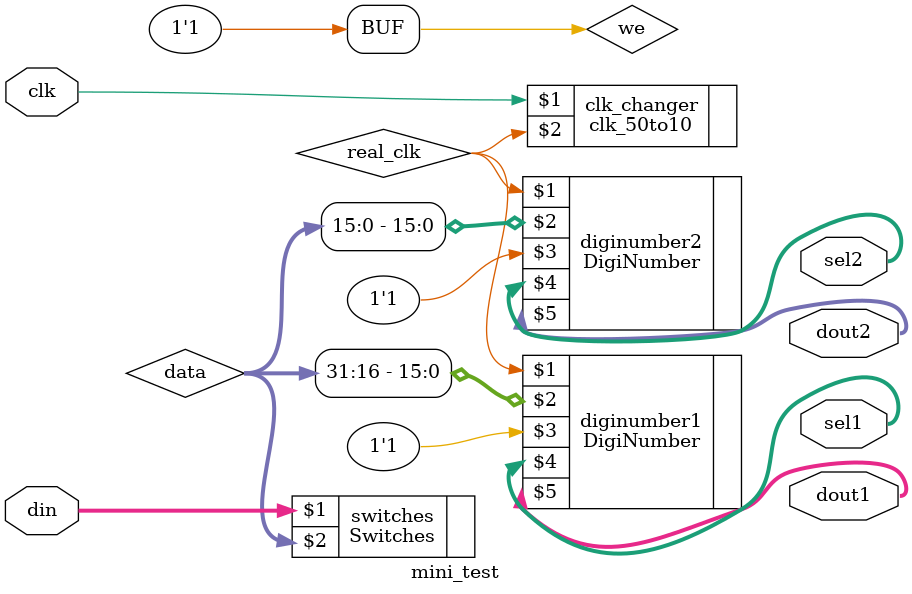
<source format=v>
module mini_test(clk, din, dout1, dout2, sel1, sel2);
	input clk;
	wire real_clk;
	input [31:0] din;
	output [7:0] dout1;
	output [7:0] dout2;
	output [4:1] sel1;
	output [4:1] sel2;
	wire [31:0] data;
	wire we=1;
	//wire [15:0] din;
	clk_50to10 clk_changer(clk,real_clk);
    Switches switches(din, data);
	DigiNumber diginumber1(real_clk, data[31:16], we, sel1, dout1);
	DigiNumber diginumber2(real_clk, data[15:0] , we, sel2, dout2);
endmodule
</source>
